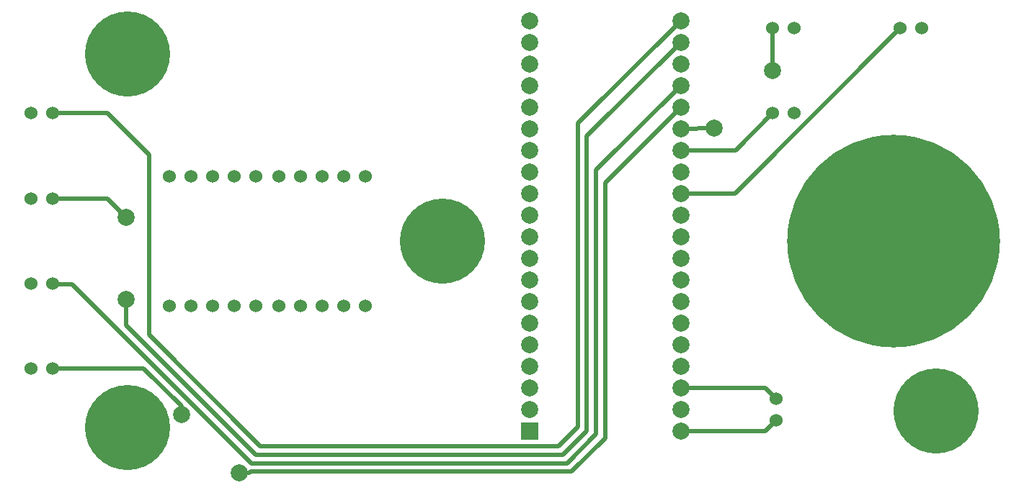
<source format=gbl>
G04 Layer: BottomLayer*
G04 EasyEDA v6.5.22, 2023-02-18 16:28:39*
G04 118ec262f11f47d2beab0417d1fdac3e,1e4d668faf9c44eeab1497739a8aa4b2,10*
G04 Gerber Generator version 0.2*
G04 Scale: 100 percent, Rotated: No, Reflected: No *
G04 Dimensions in millimeters *
G04 leading zeros omitted , absolute positions ,4 integer and 5 decimal *
%FSLAX45Y45*%
%MOMM*%

%AMMACRO1*21,1,$1,$2,0,0,$3*%
%ADD10C,0.5000*%
%ADD11MACRO1,2X2X0.0000*%
%ADD12C,2.0000*%
%ADD13C,1.5240*%
%ADD14C,24.9999*%
%ADD15C,10.0000*%

%LPD*%
D10*
X-1016000Y-685190D02*
G01*
X-1016000Y-990600D01*
X508000Y-2514600D01*
X4114800Y-2514600D01*
X4394200Y-2235200D01*
X4394200Y1231900D01*
X5499100Y2336800D01*
X-1880870Y1499870D02*
G01*
X-1233170Y1499870D01*
X-749300Y1016000D01*
X-749300Y-1104900D01*
X558800Y-2413000D01*
X4064000Y-2413000D01*
X4292600Y-2184400D01*
X4292600Y1384300D01*
X5499100Y2590800D01*
X3683000Y1320800D02*
G01*
X3721100Y1320800D01*
X5499100Y1066800D02*
G01*
X6147790Y1066800D01*
X6580987Y1499996D01*
X5499100Y-1727200D02*
G01*
X6489700Y-1727200D01*
X6616700Y-1854200D01*
X5499100Y-2235200D02*
G01*
X6489700Y-2235200D01*
X6616700Y-2108200D01*
X8080984Y2499995D02*
G01*
X6139789Y558800D01*
X5499100Y558800D01*
X315417Y-2728417D02*
G01*
X433882Y-2728417D01*
X445922Y-2716377D01*
X4217822Y-2716377D01*
X4610100Y-2324100D01*
X4610100Y685800D01*
X5499100Y1574800D01*
X-366219Y-2046780D02*
G01*
X-366219Y-1945180D01*
X-811403Y-1499996D01*
X-1880996Y-1499996D01*
X5499100Y1828800D02*
G01*
X4506975Y836676D01*
X4506975Y-2274823D01*
X4165600Y-2616200D01*
X457200Y-2616200D01*
X-1651000Y-508000D01*
X-1872995Y-508000D01*
X-1880870Y-500126D01*
X-1880996Y499998D02*
G01*
X-1237208Y499998D01*
X-1016000Y278790D01*
X5499100Y1320800D02*
G01*
X5894831Y1322831D01*
X6576519Y2004519D02*
G01*
X6576519Y2495527D01*
X6580987Y2499995D01*
D11*
G01*
X3721100Y-2235200D03*
D12*
G01*
X3721100Y-1981200D03*
G01*
X3721100Y-1473200D03*
G01*
X3721100Y-1727200D03*
G01*
X3721100Y-711200D03*
G01*
X3721100Y-457200D03*
G01*
X3721100Y-965200D03*
G01*
X3721100Y-1219200D03*
G01*
X3721100Y812800D03*
G01*
X3721100Y1066800D03*
G01*
X3721100Y1574800D03*
G01*
X3721100Y1320800D03*
G01*
X3721100Y304800D03*
G01*
X3721100Y558800D03*
G01*
X3721100Y50800D03*
G01*
X3721100Y-203200D03*
G01*
X3721100Y2336800D03*
G01*
X3721100Y2590800D03*
G01*
X3721100Y2082800D03*
G01*
X3721100Y1828800D03*
G01*
X5499100Y1828800D03*
G01*
X5499100Y2082800D03*
G01*
X5499100Y2590800D03*
G01*
X5499100Y2336800D03*
G01*
X5499100Y-203200D03*
G01*
X5499100Y50800D03*
G01*
X5499100Y558800D03*
G01*
X5499100Y304800D03*
G01*
X5499100Y1320800D03*
G01*
X5499100Y1574800D03*
G01*
X5499100Y1066800D03*
G01*
X5499100Y812800D03*
G01*
X5499100Y-1219200D03*
G01*
X5499100Y-965200D03*
G01*
X5499100Y-457200D03*
G01*
X5499100Y-711200D03*
G01*
X5499100Y-1727200D03*
G01*
X5499100Y-1473200D03*
G01*
X5499100Y-1981200D03*
G01*
X5499100Y-2235200D03*
D13*
G01*
X-2134996Y1499996D03*
G01*
X-1880996Y1499996D03*
G01*
X-2134996Y499998D03*
G01*
X-1880996Y499998D03*
G01*
X-2134996Y-499998D03*
G01*
X-1880996Y-499998D03*
G01*
X-2134996Y-1499996D03*
G01*
X-1880996Y-1499996D03*
G01*
X6834987Y2499995D03*
G01*
X6580987Y2499995D03*
G01*
X6834987Y1499996D03*
G01*
X6580987Y1499996D03*
G01*
X6616700Y-1854200D03*
G01*
X6616700Y-2108200D03*
G01*
X8334984Y2499995D03*
G01*
X8080984Y2499995D03*
D12*
G01*
X6576517Y2004517D03*
G01*
X5894882Y1322882D03*
G01*
X-366217Y-2046782D03*
G01*
X315417Y-2728417D03*
G01*
X-1016000Y278790D03*
G01*
X-1016000Y-685190D03*
D13*
G01*
X-508000Y-762000D03*
G01*
X-254000Y-762000D03*
G01*
X0Y-762000D03*
G01*
X254000Y-762000D03*
G01*
X508000Y-762000D03*
G01*
X508000Y762000D03*
G01*
X254000Y762000D03*
G01*
X0Y762000D03*
G01*
X-254000Y762000D03*
G01*
X-508000Y762000D03*
G01*
X774700Y-762000D03*
G01*
X1028700Y-762000D03*
G01*
X1282700Y-762000D03*
G01*
X1536700Y-762000D03*
G01*
X1790700Y-762000D03*
G01*
X1790700Y762000D03*
G01*
X1536700Y762000D03*
G01*
X1282700Y762000D03*
G01*
X1028700Y762000D03*
G01*
X774700Y762000D03*
D14*
G01*
X8001000Y0D03*
D15*
G01*
X8499983Y-1999995D03*
G01*
X2699994Y0D03*
G01*
X-999997Y2199995D03*
G01*
X-999997Y-2199995D03*
M02*

</source>
